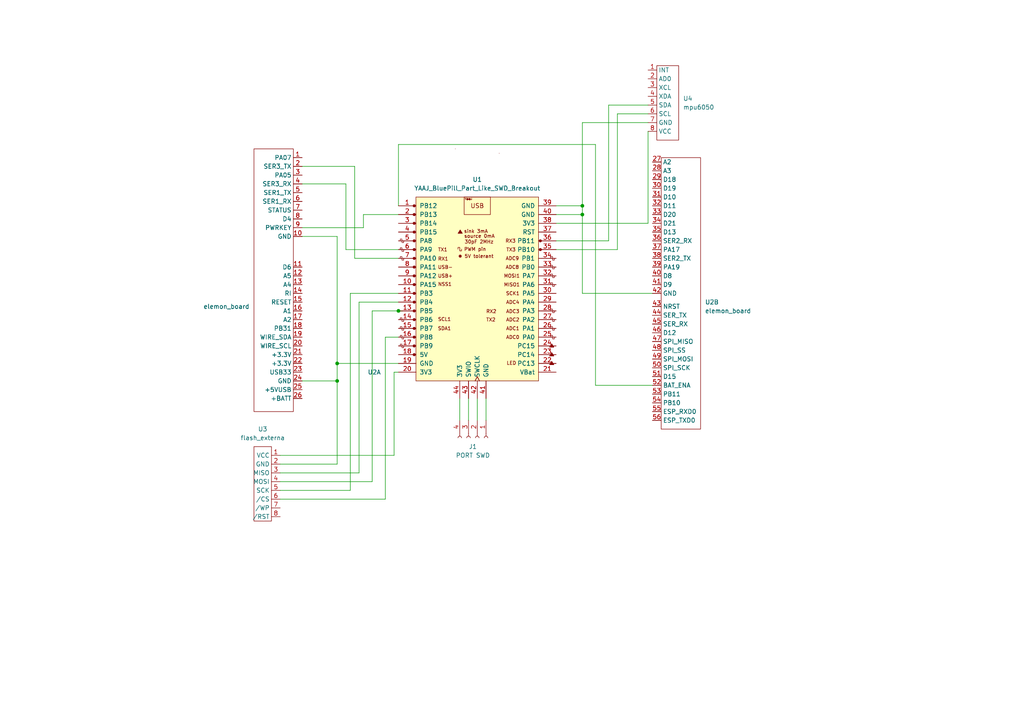
<source format=kicad_sch>
(kicad_sch (version 20211123) (generator eeschema)
  (paper "A4")
  (lib_symbols
    (symbol "Bluepill_swd:YAAJ_BluePill_Part_Like_SWD_Breakout" (pin_names (offset 1.016))
      (property "Reference" "U" (at -15.24 27.94 0))
      (property "Value" "YAAJ_BluePill_Part_Like_SWD_Breakout" (at 20.32 27.94 0))
      (symbol "YAAJ_BluePill_Part_Like_SWD_Breakout_0_0"
        (circle (center -18.288 -20.32) (radius 0.3556) (fill (type outline)))
        (circle (center -18.288 -17.78) (radius 0.3556) (fill (type outline)))
        (circle (center -18.288 -15.24) (radius 0.3556) (fill (type outline)))
        (circle (center -18.288 -12.7) (radius 0.3556) (fill (type outline)))
        (circle (center -18.288 -10.16) (radius 0.3556) (fill (type outline)))
        (circle (center -18.288 -7.62) (radius 0.3556) (fill (type outline)))
        (circle (center -18.288 -5.08) (radius 0.3556) (fill (type outline)))
        (circle (center -18.288 -2.54) (radius 0.3556) (fill (type outline)))
        (circle (center -18.288 0) (radius 0.3556) (fill (type outline)))
        (circle (center -18.288 2.54) (radius 0.3556) (fill (type outline)))
        (circle (center -18.288 5.08) (radius 0.3556) (fill (type outline)))
        (circle (center -18.288 7.62) (radius 0.3556) (fill (type outline)))
        (circle (center -18.288 10.16) (radius 0.3556) (fill (type outline)))
        (circle (center -18.288 12.7) (radius 0.3556) (fill (type outline)))
        (circle (center -18.288 15.24) (radius 0.3556) (fill (type outline)))
        (circle (center -18.288 17.78) (radius 0.3556) (fill (type outline)))
        (circle (center -18.288 22.86) (radius 0.3556) (fill (type outline)))
        (circle (center -4.953 8.255) (radius 0.127) (fill (type outline)))
        (circle (center -4.953 8.255) (radius 0.254))
        (circle (center -4.953 8.255) (radius 0.3556))
        (polyline (pts (xy -5.588 14.859) (xy -4.953 15.875) (xy -4.318 14.859) (xy -5.588 14.859) (xy -4.953 15.748) (xy -4.445 14.859) (xy -5.461 14.986) (xy -4.953 15.621) (xy -4.572 14.859) (xy -5.334 15.113) (xy -4.826 15.494) (xy -4.699 14.859) (xy -5.207 15.24) (xy -4.699 15.367) (xy -4.826 14.986) (xy -5.08 15.24) (xy -4.826 15.113) (xy -4.953 15.367)))
        (polyline (pts (xy 20.955 -23.241) (xy 21.59 -22.225) (xy 22.225 -23.241) (xy 20.955 -23.241) (xy 21.59 -22.352) (xy 22.098 -23.241) (xy 21.082 -23.114) (xy 21.59 -22.479) (xy 21.971 -23.241) (xy 21.209 -22.987) (xy 21.717 -22.606) (xy 21.844 -23.241) (xy 21.336 -22.86) (xy 21.844 -22.733) (xy 21.717 -23.114) (xy 21.463 -22.86) (xy 21.717 -22.987) (xy 21.59 -22.733)))
        (polyline (pts (xy 20.955 -20.701) (xy 21.59 -19.685) (xy 22.225 -20.701) (xy 20.955 -20.701) (xy 21.59 -19.812) (xy 22.098 -20.701) (xy 21.082 -20.574) (xy 21.59 -19.939) (xy 21.971 -20.701) (xy 21.209 -20.447) (xy 21.717 -20.066) (xy 21.844 -20.701) (xy 21.336 -20.32) (xy 21.844 -20.193) (xy 21.717 -20.574) (xy 21.463 -20.32) (xy 21.717 -20.447) (xy 21.59 -20.193)))
        (polyline (pts (xy 20.955 -18.161) (xy 21.59 -17.145) (xy 22.225 -18.161) (xy 20.955 -18.161) (xy 21.59 -17.272) (xy 22.098 -18.161) (xy 21.082 -18.034) (xy 21.59 -17.399) (xy 21.971 -18.161) (xy 21.209 -17.907) (xy 21.717 -17.526) (xy 21.844 -18.161) (xy 21.336 -17.78) (xy 21.844 -17.653) (xy 21.717 -18.034) (xy 21.463 -17.78) (xy 21.717 -17.907) (xy 21.59 -17.653)))
        (circle (center 18.288 10.16) (radius 0.254) (fill (type outline)))
        (circle (center 18.288 10.16) (radius 0.3556))
        (circle (center 18.288 12.7) (radius 0.254) (fill (type outline)))
        (circle (center 18.288 12.7) (radius 0.3556))
        (text "30pF 2MHz" (at 0.508 12.446 0) (effects (font (size 0.9906 0.9906))))
        (text "5V tolerant" (at 0.508 8.255 0) (effects (font (size 0.9906 0.9906))))
        (text "ADC0" (at 10.287 -15.24 0) (effects (font (size 0.9906 0.9906))))
        (text "ADC1" (at 10.287 -12.7 0) (effects (font (size 0.9906 0.9906))))
        (text "ADC2" (at 10.287 -10.16 0) (effects (font (size 0.9906 0.9906))))
        (text "ADC3" (at 10.287 -7.747 0) (effects (font (size 0.9906 0.9906))))
        (text "ADC4" (at 10.287 -5.08 0) (effects (font (size 0.9906 0.9906))))
        (text "ADC8" (at 10.16 5.08 0) (effects (font (size 0.9906 0.9906))))
        (text "ADC9" (at 10.16 7.62 0) (effects (font (size 0.9906 0.9906))))
        (text "LED" (at 9.906 -22.733 0) (effects (font (size 0.9906 0.9906))))
        (text "MISO1" (at 10.033 0 0) (effects (font (size 0.9906 0.9906))))
        (text "MOSI1" (at 10.033 2.54 0) (effects (font (size 0.9906 0.9906))))
        (text "NSS1" (at -9.398 0.127 0) (effects (font (size 0.9906 0.9906))))
        (text "PWM pin" (at -0.635 10.287 0) (effects (font (size 0.9906 0.9906))))
        (text "RX1" (at -9.906 7.493 0) (effects (font (size 0.9906 0.9906))))
        (text "RX2" (at 4.064 -7.747 0) (effects (font (size 0.9906 0.9906))))
        (text "RX3" (at 9.652 12.7 0) (effects (font (size 0.9906 0.9906))))
        (text "SCK1" (at 10.287 -2.54 0) (effects (font (size 0.9906 0.9906))))
        (text "SCL1" (at -9.525 -10.033 0) (effects (font (size 0.9906 0.9906))))
        (text "SDA1" (at -9.525 -12.7 0) (effects (font (size 0.9906 0.9906))))
        (text "sink 3mA" (at -0.381 15.494 0) (effects (font (size 0.9906 0.9906))))
        (text "source 0mA" (at 0.635 14.097 0) (effects (font (size 0.9906 0.9906))))
        (text "TX1" (at -10.033 10.16 0) (effects (font (size 0.9906 0.9906))))
        (text "TX2" (at 3.937 -10.16 0) (effects (font (size 0.9906 0.9906))))
        (text "TX3" (at 9.779 10.16 0) (effects (font (size 0.9906 0.9906))))
        (text "USB" (at 0 22.86 0) (effects (font (size 1.27 1.27))))
        (text "USB+" (at -9.271 2.54 0) (effects (font (size 0.9906 0.9906))))
        (text "USB-" (at -9.271 5.08 0) (effects (font (size 0.9906 0.9906))))
        (text "Y@@J" (at -2.5654 24.8412 0) (effects (font (size 0.508 0.508))))
      )
      (symbol "YAAJ_BluePill_Part_Like_SWD_Breakout_0_1"
        (rectangle (start -17.78 25.4) (end 17.78 -27.94) (fill (type background)))
        (polyline (pts (xy -21.336 -17.78) (xy -21.336 -18.288) (xy -21.844 -18.288) (xy -21.844 -17.272) (xy -22.352 -17.272) (xy -22.352 -17.78)))
        (polyline (pts (xy -21.336 -15.24) (xy -21.336 -15.748) (xy -21.844 -15.748) (xy -21.844 -14.732) (xy -22.352 -14.732) (xy -22.352 -15.24)))
        (polyline (pts (xy -21.336 -12.7) (xy -21.336 -13.208) (xy -21.844 -13.208) (xy -21.844 -12.192) (xy -22.352 -12.192) (xy -22.352 -12.7)))
        (polyline (pts (xy -21.336 -10.16) (xy -21.336 -10.668) (xy -21.844 -10.668) (xy -21.844 -9.652) (xy -22.352 -9.652) (xy -22.352 -10.16)))
        (polyline (pts (xy -21.336 7.62) (xy -21.336 7.112) (xy -21.844 7.112) (xy -21.844 8.128) (xy -22.352 8.128) (xy -22.352 7.62)))
        (polyline (pts (xy -21.336 10.16) (xy -21.336 9.652) (xy -21.844 9.652) (xy -21.844 10.668) (xy -22.352 10.668) (xy -22.352 10.16)))
        (polyline (pts (xy -21.336 12.7) (xy -21.336 12.192) (xy -21.844 12.192) (xy -21.844 13.208) (xy -22.352 13.208) (xy -22.352 12.7)))
        (polyline (pts (xy -4.572 10.287) (xy -4.572 9.779) (xy -5.08 9.779) (xy -5.08 10.795) (xy -5.588 10.795) (xy -5.588 10.287)))
        (polyline (pts (xy 22.352 -15.24) (xy 22.352 -15.748) (xy 21.844 -15.748) (xy 21.844 -14.732) (xy 21.336 -14.732) (xy 21.336 -15.24)))
        (polyline (pts (xy 22.352 -12.7) (xy 22.352 -13.208) (xy 21.844 -13.208) (xy 21.844 -12.192) (xy 21.336 -12.192) (xy 21.336 -12.7)))
        (polyline (pts (xy 22.352 -10.16) (xy 22.352 -10.668) (xy 21.844 -10.668) (xy 21.844 -9.652) (xy 21.336 -9.652) (xy 21.336 -10.16)))
        (polyline (pts (xy 22.352 -7.62) (xy 22.352 -8.128) (xy 21.844 -8.128) (xy 21.844 -7.112) (xy 21.336 -7.112) (xy 21.336 -7.62)))
        (polyline (pts (xy 22.352 0) (xy 22.352 -0.508) (xy 21.844 -0.508) (xy 21.844 0.508) (xy 21.336 0.508) (xy 21.336 0)))
        (polyline (pts (xy 22.352 2.54) (xy 22.352 2.032) (xy 21.844 2.032) (xy 21.844 3.048) (xy 21.336 3.048) (xy 21.336 2.54)))
        (polyline (pts (xy 22.352 5.08) (xy 22.352 4.572) (xy 21.844 4.572) (xy 21.844 5.588) (xy 21.336 5.588) (xy 21.336 5.08)))
        (polyline (pts (xy 22.352 7.62) (xy 22.352 7.112) (xy 21.844 7.112) (xy 21.844 8.128) (xy 21.336 8.128) (xy 21.336 7.62)))
        (rectangle (start 3.81 25.4) (end -3.81 20.32))
      )
      (symbol "YAAJ_BluePill_Part_Like_SWD_Breakout_1_1"
        (circle (center -18.288 20.32) (radius 0.3556) (fill (type outline)))
        (pin bidirectional line (at -22.86 22.86 0) (length 5.08) (name "PB12") (number "1"))
        (pin bidirectional line (at -22.86 0 0) (length 5.08) (name "PA15") (number "10"))
        (pin bidirectional line (at -22.86 -2.54 0) (length 5.08) (name "PB3") (number "11"))
        (pin bidirectional line (at -22.86 -5.08 0) (length 5.08) (name "PB4") (number "12"))
        (pin bidirectional line (at -22.86 -7.62 0) (length 5.08) (name "PB5") (number "13"))
        (pin bidirectional line (at -22.86 -10.16 0) (length 5.08) (name "PB6") (number "14"))
        (pin bidirectional line (at -22.86 -12.7 0) (length 5.08) (name "PB7") (number "15"))
        (pin bidirectional line (at -22.86 -15.24 0) (length 5.08) (name "PB8") (number "16"))
        (pin bidirectional line (at -22.86 -17.78 0) (length 5.08) (name "PB9") (number "17"))
        (pin power_in line (at -22.86 -20.32 0) (length 5.08) (name "5V") (number "18"))
        (pin power_in line (at -22.86 -22.86 0) (length 5.08) (name "GND") (number "19"))
        (pin bidirectional line (at -22.86 20.32 0) (length 5.08) (name "PB13") (number "2"))
        (pin power_in line (at -22.86 -25.4 0) (length 5.08) (name "3V3") (number "20"))
        (pin power_in line (at 22.86 -25.4 180) (length 5.08) (name "VBat") (number "21"))
        (pin bidirectional line (at 22.86 -22.86 180) (length 5.08) (name "PC13") (number "22"))
        (pin bidirectional line (at 22.86 -20.32 180) (length 5.08) (name "PC14") (number "23"))
        (pin bidirectional line (at 22.86 -17.78 180) (length 5.08) (name "PC15") (number "24"))
        (pin bidirectional line (at 22.86 -15.24 180) (length 5.08) (name "PA0") (number "25"))
        (pin bidirectional line (at 22.86 -12.7 180) (length 5.08) (name "PA1") (number "26"))
        (pin bidirectional line (at 22.86 -10.16 180) (length 5.08) (name "PA2") (number "27"))
        (pin bidirectional line (at 22.86 -7.62 180) (length 5.08) (name "PA3") (number "28"))
        (pin bidirectional line (at 22.86 -5.08 180) (length 5.08) (name "PA4") (number "29"))
        (pin bidirectional line (at -22.86 17.78 0) (length 5.08) (name "PB14") (number "3"))
        (pin bidirectional line (at 22.86 -2.54 180) (length 5.08) (name "PA5") (number "30"))
        (pin bidirectional line (at 22.86 0 180) (length 5.08) (name "PA6") (number "31"))
        (pin bidirectional line (at 22.86 2.54 180) (length 5.08) (name "PA7") (number "32"))
        (pin bidirectional line (at 22.86 5.08 180) (length 5.08) (name "PB0") (number "33"))
        (pin bidirectional line (at 22.86 7.62 180) (length 5.08) (name "PB1") (number "34"))
        (pin bidirectional line (at 22.86 10.16 180) (length 5.08) (name "PB10") (number "35"))
        (pin bidirectional line (at 22.86 12.7 180) (length 5.08) (name "PB11") (number "36"))
        (pin input line (at 22.86 15.24 180) (length 5.08) (name "RST") (number "37"))
        (pin power_in line (at 22.86 17.78 180) (length 5.08) (name "3V3") (number "38"))
        (pin power_in line (at 22.86 22.86 180) (length 5.08) (name "GND") (number "39"))
        (pin bidirectional line (at -22.86 15.24 0) (length 5.08) (name "PB15") (number "4"))
        (pin power_in line (at 22.86 20.32 180) (length 5.08) (name "GND") (number "40"))
        (pin power_in line (at 2.54 -33.02 90) (length 5.08) (name "GND") (number "41"))
        (pin bidirectional clock (at 0 -33.02 90) (length 5.08) (name "SWCLK") (number "42"))
        (pin bidirectional line (at -2.54 -33.02 90) (length 5.08) (name "SWIO") (number "43"))
        (pin power_in line (at -5.08 -33.02 90) (length 5.08) (name "3V3") (number "44"))
        (pin bidirectional line (at -22.86 12.7 0) (length 5.08) (name "PA8") (number "5"))
        (pin bidirectional line (at -22.86 10.16 0) (length 5.08) (name "PA9") (number "6"))
        (pin bidirectional line (at -22.86 7.62 0) (length 5.08) (name "PA10") (number "7"))
        (pin bidirectional line (at -22.86 5.08 0) (length 5.08) (name "PA11") (number "8"))
        (pin bidirectional line (at -22.86 2.54 0) (length 5.08) (name "PA12") (number "9"))
      )
    )
    (symbol "Connector:Conn_01x04_Female" (pin_names (offset 1.016) hide)
      (property "Reference" "J" (at 0 5.08 0))
      (property "Value" "Conn_01x04_Female" (at 0 -7.62 0))
      (symbol "Conn_01x04_Female_1_1"
        (arc (start 0 -4.572) (mid -0.508 -5.08) (end 0 -5.588) (stroke (width 0.1524)))
        (arc (start 0 -2.032) (mid -0.508 -2.54) (end 0 -3.048) (stroke (width 0.1524)))
        (polyline (pts (xy -1.27 -5.08) (xy -0.508 -5.08)) (stroke (width 0.1524)))
        (polyline (pts (xy -1.27 -2.54) (xy -0.508 -2.54)) (stroke (width 0.1524)))
        (polyline (pts (xy -1.27 0) (xy -0.508 0)) (stroke (width 0.1524)))
        (polyline (pts (xy -1.27 2.54) (xy -0.508 2.54)) (stroke (width 0.1524)))
        (arc (start 0 0.508) (mid -0.508 0) (end 0 -0.508) (stroke (width 0.1524)))
        (arc (start 0 3.048) (mid -0.508 2.54) (end 0 2.032) (stroke (width 0.1524)))
        (pin passive line (at -5.08 2.54 0) (length 3.81) (name "Pin_1") (number "1"))
        (pin passive line (at -5.08 0 0) (length 3.81) (name "Pin_2") (number "2"))
        (pin passive line (at -5.08 -2.54 0) (length 3.81) (name "Pin_3") (number "3"))
        (pin passive line (at -5.08 -5.08 0) (length 3.81) (name "Pin_4") (number "4"))
      )
    )
    (symbol "elemon_board_1"
      (property "Reference" "U" (at 0 0 0))
      (property "Value" "elemon_board_1" (at 29.21 -2.54 0))
      (symbol "elemon_board_1_0_1"
        (rectangle (start -46.99 0) (end -46.99 0))
        (rectangle (start 0 0) (end 11.43 -76.2))
      )
      (symbol "elemon_board_1_1_1"
        (pin bidirectional line (at -2.54 -2.54 0) (length 2.54) (name "PA07") (number "1"))
        (pin power_out line (at -2.54 -25.4 0) (length 2.54) (name "GND") (number "10"))
        (pin bidirectional line (at -2.54 -34.29 0) (length 2.54) (name "D6") (number "11"))
        (pin bidirectional line (at -2.54 -36.83 0) (length 2.54) (name "A5") (number "12"))
        (pin bidirectional line (at -2.54 -39.37 0) (length 2.54) (name "A4") (number "13"))
        (pin bidirectional line (at -2.54 -41.91 0) (length 2.54) (name "RI") (number "14"))
        (pin input line (at -2.54 -44.45 0) (length 2.54) (name "RESET") (number "15"))
        (pin bidirectional line (at -2.54 -46.99 0) (length 2.54) (name "A1") (number "16"))
        (pin bidirectional line (at -2.54 -49.53 0) (length 2.54) (name "A2") (number "17"))
        (pin bidirectional line (at -2.54 -52.07 0) (length 2.54) (name "PB31") (number "18"))
        (pin bidirectional line (at -2.54 -54.61 0) (length 2.54) (name "WIRE_SDA") (number "19"))
        (pin bidirectional line (at -2.54 -5.08 0) (length 2.54) (name "SER3_TX") (number "2"))
        (pin bidirectional line (at -2.54 -57.15 0) (length 2.54) (name "WIRE_SCL") (number "20"))
        (pin power_out line (at -2.54 -59.69 0) (length 2.54) (name "+3.3V") (number "21"))
        (pin power_out line (at -2.54 -62.23 0) (length 2.54) (name "+3.3V") (number "22"))
        (pin power_out line (at -2.54 -64.77 0) (length 2.54) (name "USB33") (number "23"))
        (pin power_out line (at -2.54 -67.31 0) (length 2.54) (name "GND") (number "24"))
        (pin power_out line (at -2.54 -69.85 0) (length 2.54) (name "+5VUSB") (number "25"))
        (pin power_in line (at -2.54 -72.39 0) (length 2.54) (name "+BATT") (number "26"))
        (pin bidirectional line (at -2.54 -7.62 0) (length 2.54) (name "PA05") (number "3"))
        (pin bidirectional line (at -2.54 -10.16 0) (length 2.54) (name "SER3_RX") (number "4"))
        (pin bidirectional line (at -2.54 -12.7 0) (length 2.54) (name "SER1_TX") (number "5"))
        (pin bidirectional line (at -2.54 -15.24 0) (length 2.54) (name "SER1_RX") (number "6"))
        (pin bidirectional line (at -2.54 -17.78 0) (length 2.54) (name "STATUS") (number "7"))
        (pin bidirectional line (at -2.54 -20.32 0) (length 2.54) (name "D4") (number "8"))
        (pin bidirectional line (at -2.54 -22.86 0) (length 2.54) (name "PWRKEY") (number "9"))
      )
      (symbol "elemon_board_1_2_1"
        (pin bidirectional line (at -2.54 -5.08 0) (length 2.54) (name "A2") (number "27"))
        (pin bidirectional line (at -2.54 -7.62 0) (length 2.54) (name "A3") (number "28"))
        (pin bidirectional line (at -2.54 -10.16 0) (length 2.54) (name "D18") (number "29"))
        (pin bidirectional line (at -2.54 -12.7 0) (length 2.54) (name "D19") (number "30"))
        (pin bidirectional line (at -2.54 -15.24 0) (length 2.54) (name "D10") (number "31"))
        (pin bidirectional line (at -2.54 -17.78 0) (length 2.54) (name "D11") (number "32"))
        (pin bidirectional line (at -2.54 -20.32 0) (length 2.54) (name "D20") (number "33"))
        (pin bidirectional line (at -2.54 -22.86 0) (length 2.54) (name "D21") (number "34"))
        (pin bidirectional line (at -2.54 -25.4 0) (length 2.54) (name "D13") (number "35"))
        (pin bidirectional line (at -2.54 -27.94 0) (length 2.54) (name "SER2_RX") (number "36"))
        (pin bidirectional line (at -2.54 -30.48 0) (length 2.54) (name "PA17") (number "37"))
        (pin bidirectional line (at -2.54 -33.02 0) (length 2.54) (name "SER2_TX") (number "38"))
        (pin bidirectional line (at -2.54 -35.56 0) (length 2.54) (name "PA19") (number "39"))
        (pin bidirectional line (at -2.54 -38.1 0) (length 2.54) (name "D8") (number "40"))
        (pin bidirectional line (at -2.54 -40.64 0) (length 2.54) (name "D9") (number "41"))
        (pin power_out line (at -2.54 -43.18 0) (length 2.54) (name "GND") (number "42"))
        (pin input line (at -2.54 -53.34 0) (length 2.54) (name "NRST") (number "43"))
        (pin bidirectional line (at -2.54 -55.88 0) (length 2.54) (name "SER_TX") (number "44"))
        (pin bidirectional line (at -2.54 -58.42 0) (length 2.54) (name "SER_RX") (number "45"))
        (pin bidirectional line (at -2.54 -60.96 0) (length 2.54) (name "D12") (number "46"))
        (pin bidirectional line (at -2.54 -63.5 0) (length 2.54) (name "SPI_MISO") (number "47"))
        (pin bidirectional line (at -2.54 -66.04 0) (length 2.54) (name "SPI_SS") (number "48"))
        (pin bidirectional line (at -2.54 -68.58 0) (length 2.54) (name "SPI_MOSI") (number "49"))
        (pin bidirectional line (at -2.54 -71.12 0) (length 2.54) (name "SPI_SCK") (number "50"))
        (pin bidirectional line (at -2.54 -73.66 0) (length 2.54) (name "D15") (number "51"))
        (pin bidirectional line (at -2.54 -76.2 0) (length 2.54) (name "BAT_ENA") (number "52"))
        (pin bidirectional line (at -2.54 -78.74 0) (length 2.54) (name "PB11") (number "53"))
        (pin bidirectional line (at -2.54 -81.28 0) (length 2.54) (name "PB10") (number "54"))
        (pin bidirectional line (at -2.54 -83.82 0) (length 2.54) (name "ESP_RXD0") (number "55"))
        (pin bidirectional line (at -2.54 -86.36 0) (length 2.54) (name "ESP_TXD0") (number "56"))
      )
    )
    (symbol "simo_board:elemon_board"
      (property "Reference" "U2" (at 12.7 -43.1799 0))
      (property "Value" "elemon_board" (at 12.7 -45.7199 0))
      (symbol "elemon_board_0_1"
        (rectangle (start -46.99 0) (end -46.99 0))
        (rectangle (start 0 -1.27) (end 11.43 -80.01))
      )
      (symbol "elemon_board_1_1"
        (pin bidirectional line (at -2.54 -2.54 0) (length 2.54) (name "PA07") (number "1"))
        (pin power_out line (at -2.54 -25.4 0) (length 2.54) (name "GND") (number "10"))
        (pin bidirectional line (at -2.54 -34.29 0) (length 2.54) (name "D6") (number "11"))
        (pin bidirectional line (at -2.54 -36.83 0) (length 2.54) (name "A5") (number "12"))
        (pin bidirectional line (at -2.54 -39.37 0) (length 2.54) (name "A4") (number "13"))
        (pin bidirectional line (at -2.54 -41.91 0) (length 2.54) (name "RI") (number "14"))
        (pin input line (at -2.54 -44.45 0) (length 2.54) (name "RESET") (number "15"))
        (pin bidirectional line (at -2.54 -46.99 0) (length 2.54) (name "A1") (number "16"))
        (pin bidirectional line (at -2.54 -49.53 0) (length 2.54) (name "A2") (number "17"))
        (pin bidirectional line (at -2.54 -52.07 0) (length 2.54) (name "PB31") (number "18"))
        (pin bidirectional line (at -2.54 -54.61 0) (length 2.54) (name "WIRE_SDA") (number "19"))
        (pin bidirectional line (at -2.54 -5.08 0) (length 2.54) (name "SER3_TX") (number "2"))
        (pin bidirectional line (at -2.54 -57.15 0) (length 2.54) (name "WIRE_SCL") (number "20"))
        (pin power_out line (at -2.54 -59.69 0) (length 2.54) (name "+3.3V") (number "21"))
        (pin power_out line (at -2.54 -62.23 0) (length 2.54) (name "+3.3V") (number "22"))
        (pin power_out line (at -2.54 -64.77 0) (length 2.54) (name "USB33") (number "23"))
        (pin power_out line (at -2.54 -67.31 0) (length 2.54) (name "GND") (number "24"))
        (pin power_out line (at -2.54 -69.85 0) (length 2.54) (name "+5VUSB") (number "25"))
        (pin power_in line (at -2.54 -72.39 0) (length 2.54) (name "+BATT") (number "26"))
        (pin bidirectional line (at -2.54 -7.62 0) (length 2.54) (name "PA05") (number "3"))
        (pin bidirectional line (at -2.54 -10.16 0) (length 2.54) (name "SER3_RX") (number "4"))
        (pin bidirectional line (at -2.54 -12.7 0) (length 2.54) (name "SER1_TX") (number "5"))
        (pin bidirectional line (at -2.54 -15.24 0) (length 2.54) (name "SER1_RX") (number "6"))
        (pin bidirectional line (at -2.54 -17.78 0) (length 2.54) (name "STATUS") (number "7"))
        (pin bidirectional line (at -2.54 -20.32 0) (length 2.54) (name "D4") (number "8"))
        (pin bidirectional line (at -2.54 -22.86 0) (length 2.54) (name "PWRKEY") (number "9"))
      )
      (symbol "elemon_board_2_1"
        (pin bidirectional line (at -2.54 -2.54 0) (length 2.54) (name "A2") (number "27"))
        (pin bidirectional line (at -2.54 -5.08 0) (length 2.54) (name "A3") (number "28"))
        (pin bidirectional line (at -2.54 -7.62 0) (length 2.54) (name "D18") (number "29"))
        (pin bidirectional line (at -2.54 -10.16 0) (length 2.54) (name "D19") (number "30"))
        (pin bidirectional line (at -2.54 -12.7 0) (length 2.54) (name "D10") (number "31"))
        (pin bidirectional line (at -2.54 -15.24 0) (length 2.54) (name "D11") (number "32"))
        (pin bidirectional line (at -2.54 -17.78 0) (length 2.54) (name "D20") (number "33"))
        (pin bidirectional line (at -2.54 -20.32 0) (length 2.54) (name "D21") (number "34"))
        (pin bidirectional line (at -2.54 -22.86 0) (length 2.54) (name "D13") (number "35"))
        (pin bidirectional line (at -2.54 -25.4 0) (length 2.54) (name "SER2_RX") (number "36"))
        (pin bidirectional line (at -2.54 -27.94 0) (length 2.54) (name "PA17") (number "37"))
        (pin bidirectional line (at -2.54 -30.48 0) (length 2.54) (name "SER2_TX") (number "38"))
        (pin bidirectional line (at -2.54 -33.02 0) (length 2.54) (name "PA19") (number "39"))
        (pin bidirectional line (at -2.54 -35.56 0) (length 2.54) (name "D8") (number "40"))
        (pin bidirectional line (at -2.54 -38.1 0) (length 2.54) (name "D9") (number "41"))
        (pin power_out line (at -2.54 -40.64 0) (length 2.54) (name "GND") (number "42"))
        (pin input line (at -2.54 -44.45 0) (length 2.54) (name "NRST") (number "43"))
        (pin bidirectional line (at -2.54 -46.99 0) (length 2.54) (name "SER_TX") (number "44"))
        (pin bidirectional line (at -2.54 -49.53 0) (length 2.54) (name "SER_RX") (number "45"))
        (pin bidirectional line (at -2.54 -52.07 0) (length 2.54) (name "D12") (number "46"))
        (pin bidirectional line (at -2.54 -54.61 0) (length 2.54) (name "SPI_MISO") (number "47"))
        (pin bidirectional line (at -2.54 -57.15 0) (length 2.54) (name "SPI_SS") (number "48"))
        (pin bidirectional line (at -2.54 -59.69 0) (length 2.54) (name "SPI_MOSI") (number "49"))
        (pin bidirectional line (at -2.54 -62.23 0) (length 2.54) (name "SPI_SCK") (number "50"))
        (pin bidirectional line (at -2.54 -64.77 0) (length 2.54) (name "D15") (number "51"))
        (pin bidirectional line (at -2.54 -67.31 0) (length 2.54) (name "BAT_ENA") (number "52"))
        (pin bidirectional line (at -2.54 -69.85 0) (length 2.54) (name "PB11") (number "53"))
        (pin bidirectional line (at -2.54 -72.39 0) (length 2.54) (name "PB10") (number "54"))
        (pin bidirectional line (at -2.54 -74.93 0) (length 2.54) (name "ESP_RXD0") (number "55"))
        (pin bidirectional line (at -2.54 -77.47 0) (length 2.54) (name "ESP_TXD0") (number "56"))
      )
    )
    (symbol "simo_board:flash_externa"
      (property "Reference" "U" (at 7.62 -1.27 0))
      (property "Value" "flash_externa" (at 7.62 1.27 0))
      (symbol "flash_externa_0_1"
        (rectangle (start 0 0) (end 5.08 -21.59))
      )
      (symbol "flash_externa_1_1"
        (pin power_in line (at -2.54 -2.54 0) (length 2.54) (name "VCC") (number "1"))
        (pin power_in line (at -2.54 -5.08 0) (length 2.54) (name "GND") (number "2"))
        (pin output line (at -2.54 -7.62 0) (length 2.54) (name "MISO") (number "3"))
        (pin input line (at -2.54 -10.16 0) (length 2.54) (name "MOSI") (number "4"))
        (pin input line (at -2.54 -12.7 0) (length 2.54) (name "SCK") (number "5"))
        (pin input line (at -2.54 -15.24 0) (length 2.54) (name "/CS") (number "6"))
        (pin input line (at -2.54 -17.78 0) (length 2.54) (name "/WP") (number "7"))
        (pin input line (at -2.54 -20.32 0) (length 2.54) (name "/RST") (number "8"))
      )
    )
    (symbol "simo_board:mpu6050"
      (property "Reference" "U" (at -7.62 1.27 0))
      (property "Value" "mpu6050" (at 0 2.54 0))
      (symbol "mpu6050_0_1"
        (rectangle (start 0 0) (end 6.35 -21.59))
      )
      (symbol "mpu6050_1_1"
        (pin output line (at -2.54 -1.27 0) (length 2.54) (name "INT") (number "1"))
        (pin output line (at -2.54 -3.81 0) (length 2.54) (name "AD0") (number "2"))
        (pin output line (at -2.54 -6.35 0) (length 2.54) (name "XCL") (number "3"))
        (pin output line (at -2.54 -8.89 0) (length 2.54) (name "XDA") (number "4"))
        (pin output line (at -2.54 -11.43 0) (length 2.54) (name "SDA") (number "5"))
        (pin output line (at -2.54 -13.97 0) (length 2.54) (name "SCL") (number "6"))
        (pin power_in line (at -2.54 -16.51 0) (length 2.54) (name "GND") (number "7"))
        (pin power_in line (at -2.54 -19.05 0) (length 2.54) (name "VCC") (number "8"))
      )
    )
  )
  (junction (at 168.91 59.69))
  (junction (at 115.57 90.17))
  (junction (at 97.79 105.41))
  (junction (at 168.91 62.23))
  (junction (at 97.79 110.49))
  (wire (pts (xy 187.96 30.48) (xy 176.53 30.48)))
  (wire (pts (xy 168.91 35.56) (xy 168.91 59.69)))
  (wire (pts (xy 101.6 85.09) (xy 101.6 142.24)))
  (wire (pts (xy 176.53 69.85) (xy 161.29 69.85)))
  (wire (pts (xy 104.14 87.63) (xy 115.57 87.63)))
  (wire (pts (xy 189.23 85.09) (xy 168.91 85.09)))
  (wire (pts (xy 107.95 139.7) (xy 107.95 90.17)))
  (wire (pts (xy 114.3 107.95) (xy 115.57 107.95)))
  (wire (pts (xy 105.41 66.04) (xy 105.41 62.23)))
  (wire (pts (xy 115.57 74.93) (xy 102.87 74.93)))
  (wire (pts (xy 87.63 53.34) (xy 100.33 53.34)))
  (wire (pts (xy 97.79 68.58) (xy 87.63 68.58)))
  (wire (pts (xy 187.96 38.1) (xy 187.96 64.77)))
  (wire (pts (xy 102.87 74.93) (xy 102.87 48.26)))
  (wire (pts (xy 138.43 115.57) (xy 138.43 121.92)))
  (wire (pts (xy 81.28 132.08) (xy 114.3 132.08)))
  (wire (pts (xy 135.89 115.57) (xy 135.89 121.92)))
  (wire (pts (xy 107.95 90.17) (xy 115.57 90.17)))
  (wire (pts (xy 115.57 85.09) (xy 101.6 85.09)))
  (wire (pts (xy 97.79 105.41) (xy 97.79 68.58)))
  (wire (pts (xy 100.33 72.39) (xy 100.33 53.34)))
  (wire (pts (xy 115.57 41.91) (xy 115.57 59.69)))
  (wire (pts (xy 115.57 105.41) (xy 97.79 105.41)))
  (wire (pts (xy 187.96 35.56) (xy 168.91 35.56)))
  (wire (pts (xy 179.07 72.39) (xy 179.07 33.02)))
  (wire (pts (xy 168.91 59.69) (xy 168.91 62.23)))
  (wire (pts (xy 87.63 48.26) (xy 102.87 48.26)))
  (wire (pts (xy 111.76 97.79) (xy 111.76 144.78)))
  (wire (pts (xy 114.3 132.08) (xy 114.3 107.95)))
  (wire (pts (xy 81.28 137.16) (xy 104.14 137.16)))
  (wire (pts (xy 104.14 137.16) (xy 104.14 87.63)))
  (wire (pts (xy 140.97 121.92) (xy 140.97 115.57)))
  (wire (pts (xy 176.53 30.48) (xy 176.53 69.85)))
  (wire (pts (xy 115.57 72.39) (xy 100.33 72.39)))
  (wire (pts (xy 189.23 111.76) (xy 172.72 111.76)))
  (wire (pts (xy 168.91 62.23) (xy 168.91 85.09)))
  (wire (pts (xy 161.29 62.23) (xy 168.91 62.23)))
  (wire (pts (xy 105.41 62.23) (xy 115.57 62.23)))
  (wire (pts (xy 115.57 97.79) (xy 111.76 97.79)))
  (wire (pts (xy 179.07 33.02) (xy 187.96 33.02)))
  (wire (pts (xy 101.6 142.24) (xy 81.28 142.24)))
  (wire (pts (xy 111.76 144.78) (xy 81.28 144.78)))
  (wire (pts (xy 81.28 134.62) (xy 97.79 134.62)))
  (wire (pts (xy 81.28 139.7) (xy 107.95 139.7)))
  (wire (pts (xy 172.72 111.76) (xy 172.72 41.91)))
  (wire (pts (xy 97.79 134.62) (xy 97.79 110.49)))
  (wire (pts (xy 87.63 66.04) (xy 105.41 66.04)))
  (wire (pts (xy 161.29 72.39) (xy 179.07 72.39)))
  (wire (pts (xy 187.96 64.77) (xy 161.29 64.77)))
  (wire (pts (xy 133.35 115.57) (xy 133.35 121.92)))
  (wire (pts (xy 161.29 59.69) (xy 168.91 59.69)))
  (wire (pts (xy 87.63 110.49) (xy 97.79 110.49)))
  (wire (pts (xy 97.79 105.41) (xy 97.79 110.49)))
  (wire (pts (xy 115.57 90.17) (xy 116.84 90.17)))
  (wire (pts (xy 172.72 41.91) (xy 115.57 41.91)))
  (symbol (lib_id "Bluepill_swd:YAAJ_BluePill_Part_Like_SWD_Breakout") (at 138.43 82.55 0) (unit 1)
    (property "Reference" "U1" (at 138.43 52.07 0))
    (property "Value" "YAAJ_BluePill_Part_Like_SWD_Breakout" (at 138.43 54.61 0))
    (property "Footprint" "simo:YAAJ_BluePill_SWD_1" (effects hide))
  )
  (symbol (lib_id "simo_board:elemon_board") (at 191.77 44.45 0) (unit 2)
    (property "Reference" "U2" (at 204.47 87.6299 0) (effects (justify left)))
    (property "Value" "elemon_board" (at 204.47 90.1699 0) (effects (justify left)))
    (property "Footprint" "elemon:elemon_board" (effects hide))
  )
  (symbol (lib_name "elemon_board_1") (lib_id "simo_board:elemon_board") (at 85.09 43.18 0) (mirror y) (unit 1)
    (property "Reference" "U2" (at 110.49 107.95 0) (effects (justify left)))
    (property "Value" "elemon_board" (at 72.39 88.8999 0) (effects (justify left)))
    (property "Footprint" "elemon:elemon_board" (effects hide))
  )
  (symbol (lib_id "simo_board:mpu6050") (at 190.5 19.05 0) (unit 1)
    (property "Reference" "U4" (at 198.12 28.5749 0) (effects (justify left)))
    (property "Value" "mpu6050" (at 198.12 31.1149 0) (effects (justify left)))
    (property "Footprint" "mpu6050:MPU6050" (effects hide))
  )
  (symbol (lib_id "simo_board:flash_externa") (at 78.74 129.54 0) (mirror y) (unit 1)
    (property "Reference" "U3" (at 76.2 124.46 0))
    (property "Value" "flash_externa" (at 76.2 127 0))
    (property "Footprint" "simo_flash:conector_flash_ext" (effects hide))
  )
  (symbol (lib_id "Connector:Conn_01x04_Female") (at 138.43 127 270) (unit 1)
    (property "Reference" "J1" (at 137.16 129.54 90))
    (property "Value" "PORT SWD" (at 137.16 132.08 90))
    (property "Footprint" "Connector_PinHeader_2.54mm:PinHeader_1x04_P2.54mm_Vertical" (effects hide))
  )
)
</source>
